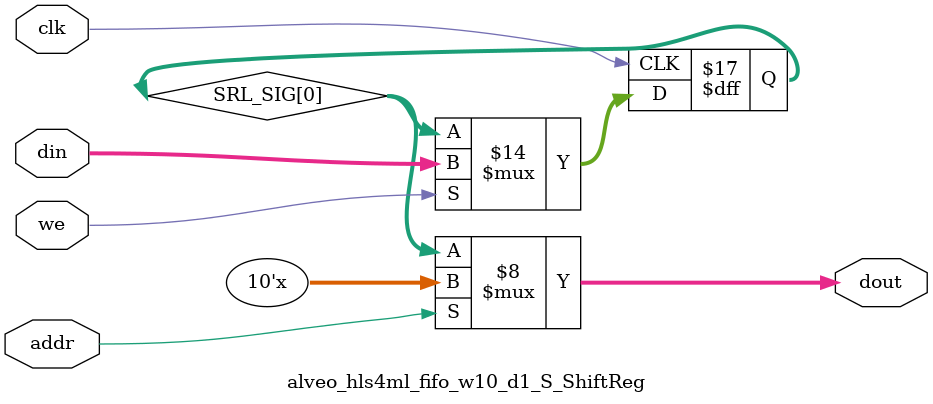
<source format=v>

`timescale 1 ns / 1 ps

module alveo_hls4ml_fifo_w10_d1_S
#(parameter
    MEM_STYLE   = "shiftReg",
    DATA_WIDTH  = 10,
    ADDR_WIDTH  = 1,
    DEPTH       = 1)
(
    // system signal
    input  wire                  clk,
    input  wire                  reset,

    // write
    output wire                  if_full_n,
    input  wire                  if_write_ce,
    input  wire                  if_write,
    input  wire [DATA_WIDTH-1:0] if_din,
    
    // read 
    output wire [ADDR_WIDTH:0]   if_num_data_valid, // for FRP
    output wire [ADDR_WIDTH:0]   if_fifo_cap,       // for FRP
    output wire                  if_empty_n,
    input  wire                  if_read_ce,
    input  wire                  if_read,
    output wire [DATA_WIDTH-1:0] if_dout
);
//------------------------Parameter----------------------

//------------------------Local signal-------------------
wire [ADDR_WIDTH-1:0] addr;
wire                  push;
wire                  pop;
reg signed [ADDR_WIDTH:0]   mOutPtr;
reg                   empty_n = 1'b0;
reg                   full_n  = 1'b1;
// with almost full?  no 
//------------------------Instantiation------------------
alveo_hls4ml_fifo_w10_d1_S_ShiftReg 
#(  .DATA_WIDTH (DATA_WIDTH),
    .ADDR_WIDTH (ADDR_WIDTH),
    .DEPTH      (DEPTH))
U_alveo_hls4ml_fifo_w10_d1_S_ShiftReg (
    .clk        (clk),
    .we         (push),
    .addr       (addr),
    .din        (if_din),
    .dout       (if_dout)
);
//------------------------Task and function--------------

//------------------------Body---------------------------
// has num_data_valid ? 
assign if_num_data_valid = mOutPtr + 1'b1; // yes
assign if_fifo_cap = DEPTH; // yes 

// has almost full ? 
assign if_full_n  = full_n; //no 
assign if_empty_n = empty_n;

assign push = (if_write & if_write_ce) & full_n;
assign pop  = (if_read & if_read_ce) & empty_n;
assign addr = mOutPtr[ADDR_WIDTH] == 1'b0 ? mOutPtr[ADDR_WIDTH-1:0]:{ADDR_WIDTH{1'b0}};

// full_n
always @(posedge clk ) begin
    if (reset == 1'b1)
        full_n <= 1'b1;
    else if (push & ~pop) begin
        if (mOutPtr == DEPTH - 2)
            full_n <= 1'b0;
    end
    else if (~push & pop)
        full_n <= 1'b1;
end

// almost_full_n 

// empty_n
always @(posedge clk ) begin
    if (reset == 1'b1)
        empty_n <= 1'b0;
    else if (push & ~pop)
        empty_n <= 1'b1;
    else if (~push & pop) begin
        if (mOutPtr == 0)
            empty_n <= 1'b0;
    end
end

// mOutPtr
always @(posedge clk ) begin
    if (reset == 1'b1)
        mOutPtr <= {ADDR_WIDTH+1{1'b1}};
    else if (push & ~pop)
        mOutPtr <= mOutPtr + 1'b1;
    else if (~push & pop)
        mOutPtr <= mOutPtr - 1'b1;
end

endmodule  


module alveo_hls4ml_fifo_w10_d1_S_ShiftReg
#(parameter
    DATA_WIDTH  = 10,
    ADDR_WIDTH  = 1,
    DEPTH       = 1)
(
    input  wire                  clk,
    input  wire                  we,
    input  wire [ADDR_WIDTH-1:0] addr,
    input  wire [DATA_WIDTH-1:0] din,
    output wire [DATA_WIDTH-1:0] dout
);

reg [DATA_WIDTH-1:0] SRL_SIG [0:DEPTH-1];
integer i;

always @ (posedge clk) begin
    if (we) begin
        for (i=0; i<DEPTH-1; i=i+1)
            SRL_SIG[i+1] <= SRL_SIG[i];
        SRL_SIG[0] <= din;
    end
end

assign dout = SRL_SIG[addr];

endmodule

</source>
